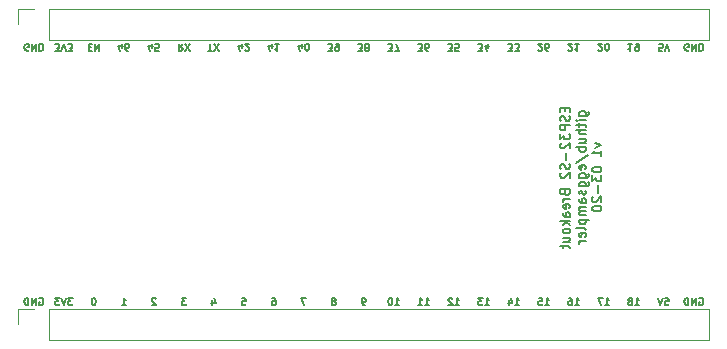
<source format=gbr>
G04 #@! TF.GenerationSoftware,KiCad,Pcbnew,(5.1.5)-3*
G04 #@! TF.CreationDate,2020-03-17T15:20:34+10:00*
G04 #@! TF.ProjectId,ESP32-S2-Breakout,45535033-322d-4533-922d-427265616b6f,rev?*
G04 #@! TF.SameCoordinates,Original*
G04 #@! TF.FileFunction,Legend,Bot*
G04 #@! TF.FilePolarity,Positive*
%FSLAX46Y46*%
G04 Gerber Fmt 4.6, Leading zero omitted, Abs format (unit mm)*
G04 Created by KiCad (PCBNEW (5.1.5)-3) date 2020-03-17 15:20:34*
%MOMM*%
%LPD*%
G04 APERTURE LIST*
%ADD10C,0.150000*%
%ADD11C,0.120000*%
G04 APERTURE END LIST*
D10*
X175717142Y-109555000D02*
X175774285Y-109526428D01*
X175860000Y-109526428D01*
X175945714Y-109555000D01*
X176002857Y-109612142D01*
X176031428Y-109669285D01*
X176060000Y-109783571D01*
X176060000Y-109869285D01*
X176031428Y-109983571D01*
X176002857Y-110040714D01*
X175945714Y-110097857D01*
X175860000Y-110126428D01*
X175802857Y-110126428D01*
X175717142Y-110097857D01*
X175688571Y-110069285D01*
X175688571Y-109869285D01*
X175802857Y-109869285D01*
X175431428Y-110126428D02*
X175431428Y-109526428D01*
X175088571Y-110126428D01*
X175088571Y-109526428D01*
X174802857Y-110126428D02*
X174802857Y-109526428D01*
X174660000Y-109526428D01*
X174574285Y-109555000D01*
X174517142Y-109612142D01*
X174488571Y-109669285D01*
X174460000Y-109783571D01*
X174460000Y-109869285D01*
X174488571Y-109983571D01*
X174517142Y-110040714D01*
X174574285Y-110097857D01*
X174660000Y-110126428D01*
X174802857Y-110126428D01*
X172834285Y-109526428D02*
X173120000Y-109526428D01*
X173148571Y-109812142D01*
X173120000Y-109783571D01*
X173062857Y-109755000D01*
X172920000Y-109755000D01*
X172862857Y-109783571D01*
X172834285Y-109812142D01*
X172805714Y-109869285D01*
X172805714Y-110012142D01*
X172834285Y-110069285D01*
X172862857Y-110097857D01*
X172920000Y-110126428D01*
X173062857Y-110126428D01*
X173120000Y-110097857D01*
X173148571Y-110069285D01*
X172634285Y-109526428D02*
X172434285Y-110126428D01*
X172234285Y-109526428D01*
X174802857Y-88565000D02*
X174745714Y-88593571D01*
X174660000Y-88593571D01*
X174574285Y-88565000D01*
X174517142Y-88507857D01*
X174488571Y-88450714D01*
X174460000Y-88336428D01*
X174460000Y-88250714D01*
X174488571Y-88136428D01*
X174517142Y-88079285D01*
X174574285Y-88022142D01*
X174660000Y-87993571D01*
X174717142Y-87993571D01*
X174802857Y-88022142D01*
X174831428Y-88050714D01*
X174831428Y-88250714D01*
X174717142Y-88250714D01*
X175088571Y-87993571D02*
X175088571Y-88593571D01*
X175431428Y-87993571D01*
X175431428Y-88593571D01*
X175717142Y-87993571D02*
X175717142Y-88593571D01*
X175860000Y-88593571D01*
X175945714Y-88565000D01*
X176002857Y-88507857D01*
X176031428Y-88450714D01*
X176060000Y-88336428D01*
X176060000Y-88250714D01*
X176031428Y-88136428D01*
X176002857Y-88079285D01*
X175945714Y-88022142D01*
X175860000Y-87993571D01*
X175717142Y-87993571D01*
X172605714Y-88593571D02*
X172320000Y-88593571D01*
X172291428Y-88307857D01*
X172320000Y-88336428D01*
X172377142Y-88365000D01*
X172520000Y-88365000D01*
X172577142Y-88336428D01*
X172605714Y-88307857D01*
X172634285Y-88250714D01*
X172634285Y-88107857D01*
X172605714Y-88050714D01*
X172577142Y-88022142D01*
X172520000Y-87993571D01*
X172377142Y-87993571D01*
X172320000Y-88022142D01*
X172291428Y-88050714D01*
X172805714Y-88593571D02*
X173005714Y-87993571D01*
X173205714Y-88593571D01*
X124488571Y-109526428D02*
X124431428Y-109526428D01*
X124374285Y-109555000D01*
X124345714Y-109583571D01*
X124317142Y-109640714D01*
X124288571Y-109755000D01*
X124288571Y-109897857D01*
X124317142Y-110012142D01*
X124345714Y-110069285D01*
X124374285Y-110097857D01*
X124431428Y-110126428D01*
X124488571Y-110126428D01*
X124545714Y-110097857D01*
X124574285Y-110069285D01*
X124602857Y-110012142D01*
X124631428Y-109897857D01*
X124631428Y-109755000D01*
X124602857Y-109640714D01*
X124574285Y-109583571D01*
X124545714Y-109555000D01*
X124488571Y-109526428D01*
X155054285Y-110126428D02*
X155397142Y-110126428D01*
X155225714Y-110126428D02*
X155225714Y-109526428D01*
X155282857Y-109612142D01*
X155340000Y-109669285D01*
X155397142Y-109697857D01*
X154825714Y-109583571D02*
X154797142Y-109555000D01*
X154740000Y-109526428D01*
X154597142Y-109526428D01*
X154540000Y-109555000D01*
X154511428Y-109583571D01*
X154482857Y-109640714D01*
X154482857Y-109697857D01*
X154511428Y-109783571D01*
X154854285Y-110126428D01*
X154482857Y-110126428D01*
X152514285Y-110126428D02*
X152857142Y-110126428D01*
X152685714Y-110126428D02*
X152685714Y-109526428D01*
X152742857Y-109612142D01*
X152800000Y-109669285D01*
X152857142Y-109697857D01*
X151942857Y-110126428D02*
X152285714Y-110126428D01*
X152114285Y-110126428D02*
X152114285Y-109526428D01*
X152171428Y-109612142D01*
X152228571Y-109669285D01*
X152285714Y-109697857D01*
X160134285Y-110126428D02*
X160477142Y-110126428D01*
X160305714Y-110126428D02*
X160305714Y-109526428D01*
X160362857Y-109612142D01*
X160420000Y-109669285D01*
X160477142Y-109697857D01*
X159620000Y-109726428D02*
X159620000Y-110126428D01*
X159762857Y-109497857D02*
X159905714Y-109926428D01*
X159534285Y-109926428D01*
X157594285Y-110126428D02*
X157937142Y-110126428D01*
X157765714Y-110126428D02*
X157765714Y-109526428D01*
X157822857Y-109612142D01*
X157880000Y-109669285D01*
X157937142Y-109697857D01*
X157394285Y-109526428D02*
X157022857Y-109526428D01*
X157222857Y-109755000D01*
X157137142Y-109755000D01*
X157080000Y-109783571D01*
X157051428Y-109812142D01*
X157022857Y-109869285D01*
X157022857Y-110012142D01*
X157051428Y-110069285D01*
X157080000Y-110097857D01*
X157137142Y-110126428D01*
X157308571Y-110126428D01*
X157365714Y-110097857D01*
X157394285Y-110069285D01*
X147434285Y-110126428D02*
X147320000Y-110126428D01*
X147262857Y-110097857D01*
X147234285Y-110069285D01*
X147177142Y-109983571D01*
X147148571Y-109869285D01*
X147148571Y-109640714D01*
X147177142Y-109583571D01*
X147205714Y-109555000D01*
X147262857Y-109526428D01*
X147377142Y-109526428D01*
X147434285Y-109555000D01*
X147462857Y-109583571D01*
X147491428Y-109640714D01*
X147491428Y-109783571D01*
X147462857Y-109840714D01*
X147434285Y-109869285D01*
X147377142Y-109897857D01*
X147262857Y-109897857D01*
X147205714Y-109869285D01*
X147177142Y-109840714D01*
X147148571Y-109783571D01*
X129711428Y-109583571D02*
X129682857Y-109555000D01*
X129625714Y-109526428D01*
X129482857Y-109526428D01*
X129425714Y-109555000D01*
X129397142Y-109583571D01*
X129368571Y-109640714D01*
X129368571Y-109697857D01*
X129397142Y-109783571D01*
X129740000Y-110126428D01*
X129368571Y-110126428D01*
X144837142Y-109783571D02*
X144894285Y-109755000D01*
X144922857Y-109726428D01*
X144951428Y-109669285D01*
X144951428Y-109640714D01*
X144922857Y-109583571D01*
X144894285Y-109555000D01*
X144837142Y-109526428D01*
X144722857Y-109526428D01*
X144665714Y-109555000D01*
X144637142Y-109583571D01*
X144608571Y-109640714D01*
X144608571Y-109669285D01*
X144637142Y-109726428D01*
X144665714Y-109755000D01*
X144722857Y-109783571D01*
X144837142Y-109783571D01*
X144894285Y-109812142D01*
X144922857Y-109840714D01*
X144951428Y-109897857D01*
X144951428Y-110012142D01*
X144922857Y-110069285D01*
X144894285Y-110097857D01*
X144837142Y-110126428D01*
X144722857Y-110126428D01*
X144665714Y-110097857D01*
X144637142Y-110069285D01*
X144608571Y-110012142D01*
X144608571Y-109897857D01*
X144637142Y-109840714D01*
X144665714Y-109812142D01*
X144722857Y-109783571D01*
X162674285Y-110126428D02*
X163017142Y-110126428D01*
X162845714Y-110126428D02*
X162845714Y-109526428D01*
X162902857Y-109612142D01*
X162960000Y-109669285D01*
X163017142Y-109697857D01*
X162131428Y-109526428D02*
X162417142Y-109526428D01*
X162445714Y-109812142D01*
X162417142Y-109783571D01*
X162360000Y-109755000D01*
X162217142Y-109755000D01*
X162160000Y-109783571D01*
X162131428Y-109812142D01*
X162102857Y-109869285D01*
X162102857Y-110012142D01*
X162131428Y-110069285D01*
X162160000Y-110097857D01*
X162217142Y-110126428D01*
X162360000Y-110126428D01*
X162417142Y-110097857D01*
X162445714Y-110069285D01*
X170294285Y-110126428D02*
X170637142Y-110126428D01*
X170465714Y-110126428D02*
X170465714Y-109526428D01*
X170522857Y-109612142D01*
X170580000Y-109669285D01*
X170637142Y-109697857D01*
X169951428Y-109783571D02*
X170008571Y-109755000D01*
X170037142Y-109726428D01*
X170065714Y-109669285D01*
X170065714Y-109640714D01*
X170037142Y-109583571D01*
X170008571Y-109555000D01*
X169951428Y-109526428D01*
X169837142Y-109526428D01*
X169780000Y-109555000D01*
X169751428Y-109583571D01*
X169722857Y-109640714D01*
X169722857Y-109669285D01*
X169751428Y-109726428D01*
X169780000Y-109755000D01*
X169837142Y-109783571D01*
X169951428Y-109783571D01*
X170008571Y-109812142D01*
X170037142Y-109840714D01*
X170065714Y-109897857D01*
X170065714Y-110012142D01*
X170037142Y-110069285D01*
X170008571Y-110097857D01*
X169951428Y-110126428D01*
X169837142Y-110126428D01*
X169780000Y-110097857D01*
X169751428Y-110069285D01*
X169722857Y-110012142D01*
X169722857Y-109897857D01*
X169751428Y-109840714D01*
X169780000Y-109812142D01*
X169837142Y-109783571D01*
X132280000Y-109526428D02*
X131908571Y-109526428D01*
X132108571Y-109755000D01*
X132022857Y-109755000D01*
X131965714Y-109783571D01*
X131937142Y-109812142D01*
X131908571Y-109869285D01*
X131908571Y-110012142D01*
X131937142Y-110069285D01*
X131965714Y-110097857D01*
X132022857Y-110126428D01*
X132194285Y-110126428D01*
X132251428Y-110097857D01*
X132280000Y-110069285D01*
X119837142Y-109555000D02*
X119894285Y-109526428D01*
X119980000Y-109526428D01*
X120065714Y-109555000D01*
X120122857Y-109612142D01*
X120151428Y-109669285D01*
X120180000Y-109783571D01*
X120180000Y-109869285D01*
X120151428Y-109983571D01*
X120122857Y-110040714D01*
X120065714Y-110097857D01*
X119980000Y-110126428D01*
X119922857Y-110126428D01*
X119837142Y-110097857D01*
X119808571Y-110069285D01*
X119808571Y-109869285D01*
X119922857Y-109869285D01*
X119551428Y-110126428D02*
X119551428Y-109526428D01*
X119208571Y-110126428D01*
X119208571Y-109526428D01*
X118922857Y-110126428D02*
X118922857Y-109526428D01*
X118780000Y-109526428D01*
X118694285Y-109555000D01*
X118637142Y-109612142D01*
X118608571Y-109669285D01*
X118580000Y-109783571D01*
X118580000Y-109869285D01*
X118608571Y-109983571D01*
X118637142Y-110040714D01*
X118694285Y-110097857D01*
X118780000Y-110126428D01*
X118922857Y-110126428D01*
X122662857Y-109526428D02*
X122291428Y-109526428D01*
X122491428Y-109755000D01*
X122405714Y-109755000D01*
X122348571Y-109783571D01*
X122320000Y-109812142D01*
X122291428Y-109869285D01*
X122291428Y-110012142D01*
X122320000Y-110069285D01*
X122348571Y-110097857D01*
X122405714Y-110126428D01*
X122577142Y-110126428D01*
X122634285Y-110097857D01*
X122662857Y-110069285D01*
X122120000Y-109526428D02*
X121920000Y-110126428D01*
X121720000Y-109526428D01*
X121577142Y-109526428D02*
X121205714Y-109526428D01*
X121405714Y-109755000D01*
X121320000Y-109755000D01*
X121262857Y-109783571D01*
X121234285Y-109812142D01*
X121205714Y-109869285D01*
X121205714Y-110012142D01*
X121234285Y-110069285D01*
X121262857Y-110097857D01*
X121320000Y-110126428D01*
X121491428Y-110126428D01*
X121548571Y-110097857D01*
X121577142Y-110069285D01*
X126828571Y-110126428D02*
X127171428Y-110126428D01*
X127000000Y-110126428D02*
X127000000Y-109526428D01*
X127057142Y-109612142D01*
X127114285Y-109669285D01*
X127171428Y-109697857D01*
X149974285Y-110126428D02*
X150317142Y-110126428D01*
X150145714Y-110126428D02*
X150145714Y-109526428D01*
X150202857Y-109612142D01*
X150260000Y-109669285D01*
X150317142Y-109697857D01*
X149602857Y-109526428D02*
X149545714Y-109526428D01*
X149488571Y-109555000D01*
X149460000Y-109583571D01*
X149431428Y-109640714D01*
X149402857Y-109755000D01*
X149402857Y-109897857D01*
X149431428Y-110012142D01*
X149460000Y-110069285D01*
X149488571Y-110097857D01*
X149545714Y-110126428D01*
X149602857Y-110126428D01*
X149660000Y-110097857D01*
X149688571Y-110069285D01*
X149717142Y-110012142D01*
X149745714Y-109897857D01*
X149745714Y-109755000D01*
X149717142Y-109640714D01*
X149688571Y-109583571D01*
X149660000Y-109555000D01*
X149602857Y-109526428D01*
X134505714Y-109726428D02*
X134505714Y-110126428D01*
X134648571Y-109497857D02*
X134791428Y-109926428D01*
X134420000Y-109926428D01*
X137017142Y-109526428D02*
X137302857Y-109526428D01*
X137331428Y-109812142D01*
X137302857Y-109783571D01*
X137245714Y-109755000D01*
X137102857Y-109755000D01*
X137045714Y-109783571D01*
X137017142Y-109812142D01*
X136988571Y-109869285D01*
X136988571Y-110012142D01*
X137017142Y-110069285D01*
X137045714Y-110097857D01*
X137102857Y-110126428D01*
X137245714Y-110126428D01*
X137302857Y-110097857D01*
X137331428Y-110069285D01*
X139585714Y-109526428D02*
X139700000Y-109526428D01*
X139757142Y-109555000D01*
X139785714Y-109583571D01*
X139842857Y-109669285D01*
X139871428Y-109783571D01*
X139871428Y-110012142D01*
X139842857Y-110069285D01*
X139814285Y-110097857D01*
X139757142Y-110126428D01*
X139642857Y-110126428D01*
X139585714Y-110097857D01*
X139557142Y-110069285D01*
X139528571Y-110012142D01*
X139528571Y-109869285D01*
X139557142Y-109812142D01*
X139585714Y-109783571D01*
X139642857Y-109755000D01*
X139757142Y-109755000D01*
X139814285Y-109783571D01*
X139842857Y-109812142D01*
X139871428Y-109869285D01*
X142440000Y-109526428D02*
X142040000Y-109526428D01*
X142297142Y-110126428D01*
X167754285Y-110126428D02*
X168097142Y-110126428D01*
X167925714Y-110126428D02*
X167925714Y-109526428D01*
X167982857Y-109612142D01*
X168040000Y-109669285D01*
X168097142Y-109697857D01*
X167554285Y-109526428D02*
X167154285Y-109526428D01*
X167411428Y-110126428D01*
X165214285Y-110126428D02*
X165557142Y-110126428D01*
X165385714Y-110126428D02*
X165385714Y-109526428D01*
X165442857Y-109612142D01*
X165500000Y-109669285D01*
X165557142Y-109697857D01*
X164700000Y-109526428D02*
X164814285Y-109526428D01*
X164871428Y-109555000D01*
X164900000Y-109583571D01*
X164957142Y-109669285D01*
X164985714Y-109783571D01*
X164985714Y-110012142D01*
X164957142Y-110069285D01*
X164928571Y-110097857D01*
X164871428Y-110126428D01*
X164757142Y-110126428D01*
X164700000Y-110097857D01*
X164671428Y-110069285D01*
X164642857Y-110012142D01*
X164642857Y-109869285D01*
X164671428Y-109812142D01*
X164700000Y-109783571D01*
X164757142Y-109755000D01*
X164871428Y-109755000D01*
X164928571Y-109783571D01*
X164957142Y-109812142D01*
X164985714Y-109869285D01*
X124017142Y-88307857D02*
X124217142Y-88307857D01*
X124302857Y-87993571D02*
X124017142Y-87993571D01*
X124017142Y-88593571D01*
X124302857Y-88593571D01*
X124560000Y-87993571D02*
X124560000Y-88593571D01*
X124902857Y-87993571D01*
X124902857Y-88593571D01*
X144294285Y-88593571D02*
X144665714Y-88593571D01*
X144465714Y-88365000D01*
X144551428Y-88365000D01*
X144608571Y-88336428D01*
X144637142Y-88307857D01*
X144665714Y-88250714D01*
X144665714Y-88107857D01*
X144637142Y-88050714D01*
X144608571Y-88022142D01*
X144551428Y-87993571D01*
X144380000Y-87993571D01*
X144322857Y-88022142D01*
X144294285Y-88050714D01*
X144951428Y-87993571D02*
X145065714Y-87993571D01*
X145122857Y-88022142D01*
X145151428Y-88050714D01*
X145208571Y-88136428D01*
X145237142Y-88250714D01*
X145237142Y-88479285D01*
X145208571Y-88536428D01*
X145180000Y-88565000D01*
X145122857Y-88593571D01*
X145008571Y-88593571D01*
X144951428Y-88565000D01*
X144922857Y-88536428D01*
X144894285Y-88479285D01*
X144894285Y-88336428D01*
X144922857Y-88279285D01*
X144951428Y-88250714D01*
X145008571Y-88222142D01*
X145122857Y-88222142D01*
X145180000Y-88250714D01*
X145208571Y-88279285D01*
X145237142Y-88336428D01*
X151914285Y-88593571D02*
X152285714Y-88593571D01*
X152085714Y-88365000D01*
X152171428Y-88365000D01*
X152228571Y-88336428D01*
X152257142Y-88307857D01*
X152285714Y-88250714D01*
X152285714Y-88107857D01*
X152257142Y-88050714D01*
X152228571Y-88022142D01*
X152171428Y-87993571D01*
X152000000Y-87993571D01*
X151942857Y-88022142D01*
X151914285Y-88050714D01*
X152800000Y-88593571D02*
X152685714Y-88593571D01*
X152628571Y-88565000D01*
X152600000Y-88536428D01*
X152542857Y-88450714D01*
X152514285Y-88336428D01*
X152514285Y-88107857D01*
X152542857Y-88050714D01*
X152571428Y-88022142D01*
X152628571Y-87993571D01*
X152742857Y-87993571D01*
X152800000Y-88022142D01*
X152828571Y-88050714D01*
X152857142Y-88107857D01*
X152857142Y-88250714D01*
X152828571Y-88307857D01*
X152800000Y-88336428D01*
X152742857Y-88365000D01*
X152628571Y-88365000D01*
X152571428Y-88336428D01*
X152542857Y-88307857D01*
X152514285Y-88250714D01*
X156994285Y-88593571D02*
X157365714Y-88593571D01*
X157165714Y-88365000D01*
X157251428Y-88365000D01*
X157308571Y-88336428D01*
X157337142Y-88307857D01*
X157365714Y-88250714D01*
X157365714Y-88107857D01*
X157337142Y-88050714D01*
X157308571Y-88022142D01*
X157251428Y-87993571D01*
X157080000Y-87993571D01*
X157022857Y-88022142D01*
X156994285Y-88050714D01*
X157880000Y-88393571D02*
X157880000Y-87993571D01*
X157737142Y-88622142D02*
X157594285Y-88193571D01*
X157965714Y-88193571D01*
X154454285Y-88593571D02*
X154825714Y-88593571D01*
X154625714Y-88365000D01*
X154711428Y-88365000D01*
X154768571Y-88336428D01*
X154797142Y-88307857D01*
X154825714Y-88250714D01*
X154825714Y-88107857D01*
X154797142Y-88050714D01*
X154768571Y-88022142D01*
X154711428Y-87993571D01*
X154540000Y-87993571D01*
X154482857Y-88022142D01*
X154454285Y-88050714D01*
X155368571Y-88593571D02*
X155082857Y-88593571D01*
X155054285Y-88307857D01*
X155082857Y-88336428D01*
X155140000Y-88365000D01*
X155282857Y-88365000D01*
X155340000Y-88336428D01*
X155368571Y-88307857D01*
X155397142Y-88250714D01*
X155397142Y-88107857D01*
X155368571Y-88050714D01*
X155340000Y-88022142D01*
X155282857Y-87993571D01*
X155140000Y-87993571D01*
X155082857Y-88022142D01*
X155054285Y-88050714D01*
X134162857Y-88593571D02*
X134505714Y-88593571D01*
X134334285Y-87993571D02*
X134334285Y-88593571D01*
X134648571Y-88593571D02*
X135048571Y-87993571D01*
X135048571Y-88593571D02*
X134648571Y-87993571D01*
X118922857Y-88565000D02*
X118865714Y-88593571D01*
X118780000Y-88593571D01*
X118694285Y-88565000D01*
X118637142Y-88507857D01*
X118608571Y-88450714D01*
X118580000Y-88336428D01*
X118580000Y-88250714D01*
X118608571Y-88136428D01*
X118637142Y-88079285D01*
X118694285Y-88022142D01*
X118780000Y-87993571D01*
X118837142Y-87993571D01*
X118922857Y-88022142D01*
X118951428Y-88050714D01*
X118951428Y-88250714D01*
X118837142Y-88250714D01*
X119208571Y-87993571D02*
X119208571Y-88593571D01*
X119551428Y-87993571D01*
X119551428Y-88593571D01*
X119837142Y-87993571D02*
X119837142Y-88593571D01*
X119980000Y-88593571D01*
X120065714Y-88565000D01*
X120122857Y-88507857D01*
X120151428Y-88450714D01*
X120180000Y-88336428D01*
X120180000Y-88250714D01*
X120151428Y-88136428D01*
X120122857Y-88079285D01*
X120065714Y-88022142D01*
X119980000Y-87993571D01*
X119837142Y-87993571D01*
X149374285Y-88593571D02*
X149745714Y-88593571D01*
X149545714Y-88365000D01*
X149631428Y-88365000D01*
X149688571Y-88336428D01*
X149717142Y-88307857D01*
X149745714Y-88250714D01*
X149745714Y-88107857D01*
X149717142Y-88050714D01*
X149688571Y-88022142D01*
X149631428Y-87993571D01*
X149460000Y-87993571D01*
X149402857Y-88022142D01*
X149374285Y-88050714D01*
X149945714Y-88593571D02*
X150345714Y-88593571D01*
X150088571Y-87993571D01*
X126828571Y-88393571D02*
X126828571Y-87993571D01*
X126685714Y-88622142D02*
X126542857Y-88193571D01*
X126914285Y-88193571D01*
X127400000Y-88593571D02*
X127285714Y-88593571D01*
X127228571Y-88565000D01*
X127200000Y-88536428D01*
X127142857Y-88450714D01*
X127114285Y-88336428D01*
X127114285Y-88107857D01*
X127142857Y-88050714D01*
X127171428Y-88022142D01*
X127228571Y-87993571D01*
X127342857Y-87993571D01*
X127400000Y-88022142D01*
X127428571Y-88050714D01*
X127457142Y-88107857D01*
X127457142Y-88250714D01*
X127428571Y-88307857D01*
X127400000Y-88336428D01*
X127342857Y-88365000D01*
X127228571Y-88365000D01*
X127171428Y-88336428D01*
X127142857Y-88307857D01*
X127114285Y-88250714D01*
X139528571Y-88393571D02*
X139528571Y-87993571D01*
X139385714Y-88622142D02*
X139242857Y-88193571D01*
X139614285Y-88193571D01*
X140157142Y-87993571D02*
X139814285Y-87993571D01*
X139985714Y-87993571D02*
X139985714Y-88593571D01*
X139928571Y-88507857D01*
X139871428Y-88450714D01*
X139814285Y-88422142D01*
X146834285Y-88593571D02*
X147205714Y-88593571D01*
X147005714Y-88365000D01*
X147091428Y-88365000D01*
X147148571Y-88336428D01*
X147177142Y-88307857D01*
X147205714Y-88250714D01*
X147205714Y-88107857D01*
X147177142Y-88050714D01*
X147148571Y-88022142D01*
X147091428Y-87993571D01*
X146920000Y-87993571D01*
X146862857Y-88022142D01*
X146834285Y-88050714D01*
X147548571Y-88336428D02*
X147491428Y-88365000D01*
X147462857Y-88393571D01*
X147434285Y-88450714D01*
X147434285Y-88479285D01*
X147462857Y-88536428D01*
X147491428Y-88565000D01*
X147548571Y-88593571D01*
X147662857Y-88593571D01*
X147720000Y-88565000D01*
X147748571Y-88536428D01*
X147777142Y-88479285D01*
X147777142Y-88450714D01*
X147748571Y-88393571D01*
X147720000Y-88365000D01*
X147662857Y-88336428D01*
X147548571Y-88336428D01*
X147491428Y-88307857D01*
X147462857Y-88279285D01*
X147434285Y-88222142D01*
X147434285Y-88107857D01*
X147462857Y-88050714D01*
X147491428Y-88022142D01*
X147548571Y-87993571D01*
X147662857Y-87993571D01*
X147720000Y-88022142D01*
X147748571Y-88050714D01*
X147777142Y-88107857D01*
X147777142Y-88222142D01*
X147748571Y-88279285D01*
X147720000Y-88307857D01*
X147662857Y-88336428D01*
X129368571Y-88393571D02*
X129368571Y-87993571D01*
X129225714Y-88622142D02*
X129082857Y-88193571D01*
X129454285Y-88193571D01*
X129968571Y-88593571D02*
X129682857Y-88593571D01*
X129654285Y-88307857D01*
X129682857Y-88336428D01*
X129740000Y-88365000D01*
X129882857Y-88365000D01*
X129940000Y-88336428D01*
X129968571Y-88307857D01*
X129997142Y-88250714D01*
X129997142Y-88107857D01*
X129968571Y-88050714D01*
X129940000Y-88022142D01*
X129882857Y-87993571D01*
X129740000Y-87993571D01*
X129682857Y-88022142D01*
X129654285Y-88050714D01*
X142068571Y-88393571D02*
X142068571Y-87993571D01*
X141925714Y-88622142D02*
X141782857Y-88193571D01*
X142154285Y-88193571D01*
X142497142Y-88593571D02*
X142554285Y-88593571D01*
X142611428Y-88565000D01*
X142640000Y-88536428D01*
X142668571Y-88479285D01*
X142697142Y-88365000D01*
X142697142Y-88222142D01*
X142668571Y-88107857D01*
X142640000Y-88050714D01*
X142611428Y-88022142D01*
X142554285Y-87993571D01*
X142497142Y-87993571D01*
X142440000Y-88022142D01*
X142411428Y-88050714D01*
X142382857Y-88107857D01*
X142354285Y-88222142D01*
X142354285Y-88365000D01*
X142382857Y-88479285D01*
X142411428Y-88536428D01*
X142440000Y-88565000D01*
X142497142Y-88593571D01*
X136988571Y-88393571D02*
X136988571Y-87993571D01*
X136845714Y-88622142D02*
X136702857Y-88193571D01*
X137074285Y-88193571D01*
X137274285Y-88536428D02*
X137302857Y-88565000D01*
X137360000Y-88593571D01*
X137502857Y-88593571D01*
X137560000Y-88565000D01*
X137588571Y-88536428D01*
X137617142Y-88479285D01*
X137617142Y-88422142D01*
X137588571Y-88336428D01*
X137245714Y-87993571D01*
X137617142Y-87993571D01*
X121177142Y-88593571D02*
X121548571Y-88593571D01*
X121348571Y-88365000D01*
X121434285Y-88365000D01*
X121491428Y-88336428D01*
X121520000Y-88307857D01*
X121548571Y-88250714D01*
X121548571Y-88107857D01*
X121520000Y-88050714D01*
X121491428Y-88022142D01*
X121434285Y-87993571D01*
X121262857Y-87993571D01*
X121205714Y-88022142D01*
X121177142Y-88050714D01*
X121720000Y-88593571D02*
X121920000Y-87993571D01*
X122120000Y-88593571D01*
X122262857Y-88593571D02*
X122634285Y-88593571D01*
X122434285Y-88365000D01*
X122520000Y-88365000D01*
X122577142Y-88336428D01*
X122605714Y-88307857D01*
X122634285Y-88250714D01*
X122634285Y-88107857D01*
X122605714Y-88050714D01*
X122577142Y-88022142D01*
X122520000Y-87993571D01*
X122348571Y-87993571D01*
X122291428Y-88022142D01*
X122262857Y-88050714D01*
X131980000Y-87993571D02*
X131780000Y-88279285D01*
X131637142Y-87993571D02*
X131637142Y-88593571D01*
X131865714Y-88593571D01*
X131922857Y-88565000D01*
X131951428Y-88536428D01*
X131980000Y-88479285D01*
X131980000Y-88393571D01*
X131951428Y-88336428D01*
X131922857Y-88307857D01*
X131865714Y-88279285D01*
X131637142Y-88279285D01*
X132180000Y-88593571D02*
X132580000Y-87993571D01*
X132580000Y-88593571D02*
X132180000Y-87993571D01*
X159534285Y-88593571D02*
X159905714Y-88593571D01*
X159705714Y-88365000D01*
X159791428Y-88365000D01*
X159848571Y-88336428D01*
X159877142Y-88307857D01*
X159905714Y-88250714D01*
X159905714Y-88107857D01*
X159877142Y-88050714D01*
X159848571Y-88022142D01*
X159791428Y-87993571D01*
X159620000Y-87993571D01*
X159562857Y-88022142D01*
X159534285Y-88050714D01*
X160105714Y-88593571D02*
X160477142Y-88593571D01*
X160277142Y-88365000D01*
X160362857Y-88365000D01*
X160420000Y-88336428D01*
X160448571Y-88307857D01*
X160477142Y-88250714D01*
X160477142Y-88107857D01*
X160448571Y-88050714D01*
X160420000Y-88022142D01*
X160362857Y-87993571D01*
X160191428Y-87993571D01*
X160134285Y-88022142D01*
X160105714Y-88050714D01*
X162102857Y-88536428D02*
X162131428Y-88565000D01*
X162188571Y-88593571D01*
X162331428Y-88593571D01*
X162388571Y-88565000D01*
X162417142Y-88536428D01*
X162445714Y-88479285D01*
X162445714Y-88422142D01*
X162417142Y-88336428D01*
X162074285Y-87993571D01*
X162445714Y-87993571D01*
X162960000Y-88593571D02*
X162845714Y-88593571D01*
X162788571Y-88565000D01*
X162760000Y-88536428D01*
X162702857Y-88450714D01*
X162674285Y-88336428D01*
X162674285Y-88107857D01*
X162702857Y-88050714D01*
X162731428Y-88022142D01*
X162788571Y-87993571D01*
X162902857Y-87993571D01*
X162960000Y-88022142D01*
X162988571Y-88050714D01*
X163017142Y-88107857D01*
X163017142Y-88250714D01*
X162988571Y-88307857D01*
X162960000Y-88336428D01*
X162902857Y-88365000D01*
X162788571Y-88365000D01*
X162731428Y-88336428D01*
X162702857Y-88307857D01*
X162674285Y-88250714D01*
X164642857Y-88536428D02*
X164671428Y-88565000D01*
X164728571Y-88593571D01*
X164871428Y-88593571D01*
X164928571Y-88565000D01*
X164957142Y-88536428D01*
X164985714Y-88479285D01*
X164985714Y-88422142D01*
X164957142Y-88336428D01*
X164614285Y-87993571D01*
X164985714Y-87993571D01*
X165557142Y-87993571D02*
X165214285Y-87993571D01*
X165385714Y-87993571D02*
X165385714Y-88593571D01*
X165328571Y-88507857D01*
X165271428Y-88450714D01*
X165214285Y-88422142D01*
X167182857Y-88536428D02*
X167211428Y-88565000D01*
X167268571Y-88593571D01*
X167411428Y-88593571D01*
X167468571Y-88565000D01*
X167497142Y-88536428D01*
X167525714Y-88479285D01*
X167525714Y-88422142D01*
X167497142Y-88336428D01*
X167154285Y-87993571D01*
X167525714Y-87993571D01*
X167897142Y-88593571D02*
X167954285Y-88593571D01*
X168011428Y-88565000D01*
X168040000Y-88536428D01*
X168068571Y-88479285D01*
X168097142Y-88365000D01*
X168097142Y-88222142D01*
X168068571Y-88107857D01*
X168040000Y-88050714D01*
X168011428Y-88022142D01*
X167954285Y-87993571D01*
X167897142Y-87993571D01*
X167840000Y-88022142D01*
X167811428Y-88050714D01*
X167782857Y-88107857D01*
X167754285Y-88222142D01*
X167754285Y-88365000D01*
X167782857Y-88479285D01*
X167811428Y-88536428D01*
X167840000Y-88565000D01*
X167897142Y-88593571D01*
X170065714Y-87993571D02*
X169722857Y-87993571D01*
X169894285Y-87993571D02*
X169894285Y-88593571D01*
X169837142Y-88507857D01*
X169780000Y-88450714D01*
X169722857Y-88422142D01*
X170351428Y-87993571D02*
X170465714Y-87993571D01*
X170522857Y-88022142D01*
X170551428Y-88050714D01*
X170608571Y-88136428D01*
X170637142Y-88250714D01*
X170637142Y-88479285D01*
X170608571Y-88536428D01*
X170580000Y-88565000D01*
X170522857Y-88593571D01*
X170408571Y-88593571D01*
X170351428Y-88565000D01*
X170322857Y-88536428D01*
X170294285Y-88479285D01*
X170294285Y-88336428D01*
X170322857Y-88279285D01*
X170351428Y-88250714D01*
X170408571Y-88222142D01*
X170522857Y-88222142D01*
X170580000Y-88250714D01*
X170608571Y-88279285D01*
X170637142Y-88336428D01*
X164327857Y-93409238D02*
X164327857Y-93675904D01*
X164746904Y-93790190D02*
X164746904Y-93409238D01*
X163946904Y-93409238D01*
X163946904Y-93790190D01*
X164708809Y-94094952D02*
X164746904Y-94209238D01*
X164746904Y-94399714D01*
X164708809Y-94475904D01*
X164670714Y-94514000D01*
X164594523Y-94552095D01*
X164518333Y-94552095D01*
X164442142Y-94514000D01*
X164404047Y-94475904D01*
X164365952Y-94399714D01*
X164327857Y-94247333D01*
X164289761Y-94171142D01*
X164251666Y-94133047D01*
X164175476Y-94094952D01*
X164099285Y-94094952D01*
X164023095Y-94133047D01*
X163985000Y-94171142D01*
X163946904Y-94247333D01*
X163946904Y-94437809D01*
X163985000Y-94552095D01*
X164746904Y-94894952D02*
X163946904Y-94894952D01*
X163946904Y-95199714D01*
X163985000Y-95275904D01*
X164023095Y-95314000D01*
X164099285Y-95352095D01*
X164213571Y-95352095D01*
X164289761Y-95314000D01*
X164327857Y-95275904D01*
X164365952Y-95199714D01*
X164365952Y-94894952D01*
X163946904Y-95618761D02*
X163946904Y-96114000D01*
X164251666Y-95847333D01*
X164251666Y-95961619D01*
X164289761Y-96037809D01*
X164327857Y-96075904D01*
X164404047Y-96114000D01*
X164594523Y-96114000D01*
X164670714Y-96075904D01*
X164708809Y-96037809D01*
X164746904Y-95961619D01*
X164746904Y-95733047D01*
X164708809Y-95656857D01*
X164670714Y-95618761D01*
X164023095Y-96418761D02*
X163985000Y-96456857D01*
X163946904Y-96533047D01*
X163946904Y-96723523D01*
X163985000Y-96799714D01*
X164023095Y-96837809D01*
X164099285Y-96875904D01*
X164175476Y-96875904D01*
X164289761Y-96837809D01*
X164746904Y-96380666D01*
X164746904Y-96875904D01*
X164442142Y-97218761D02*
X164442142Y-97828285D01*
X164708809Y-98171142D02*
X164746904Y-98285428D01*
X164746904Y-98475904D01*
X164708809Y-98552095D01*
X164670714Y-98590190D01*
X164594523Y-98628285D01*
X164518333Y-98628285D01*
X164442142Y-98590190D01*
X164404047Y-98552095D01*
X164365952Y-98475904D01*
X164327857Y-98323523D01*
X164289761Y-98247333D01*
X164251666Y-98209238D01*
X164175476Y-98171142D01*
X164099285Y-98171142D01*
X164023095Y-98209238D01*
X163985000Y-98247333D01*
X163946904Y-98323523D01*
X163946904Y-98514000D01*
X163985000Y-98628285D01*
X164023095Y-98933047D02*
X163985000Y-98971142D01*
X163946904Y-99047333D01*
X163946904Y-99237809D01*
X163985000Y-99314000D01*
X164023095Y-99352095D01*
X164099285Y-99390190D01*
X164175476Y-99390190D01*
X164289761Y-99352095D01*
X164746904Y-98894952D01*
X164746904Y-99390190D01*
X164327857Y-100609238D02*
X164365952Y-100723523D01*
X164404047Y-100761619D01*
X164480238Y-100799714D01*
X164594523Y-100799714D01*
X164670714Y-100761619D01*
X164708809Y-100723523D01*
X164746904Y-100647333D01*
X164746904Y-100342571D01*
X163946904Y-100342571D01*
X163946904Y-100609238D01*
X163985000Y-100685428D01*
X164023095Y-100723523D01*
X164099285Y-100761619D01*
X164175476Y-100761619D01*
X164251666Y-100723523D01*
X164289761Y-100685428D01*
X164327857Y-100609238D01*
X164327857Y-100342571D01*
X164746904Y-101142571D02*
X164213571Y-101142571D01*
X164365952Y-101142571D02*
X164289761Y-101180666D01*
X164251666Y-101218761D01*
X164213571Y-101294952D01*
X164213571Y-101371142D01*
X164708809Y-101942571D02*
X164746904Y-101866380D01*
X164746904Y-101714000D01*
X164708809Y-101637809D01*
X164632619Y-101599714D01*
X164327857Y-101599714D01*
X164251666Y-101637809D01*
X164213571Y-101714000D01*
X164213571Y-101866380D01*
X164251666Y-101942571D01*
X164327857Y-101980666D01*
X164404047Y-101980666D01*
X164480238Y-101599714D01*
X164746904Y-102666380D02*
X164327857Y-102666380D01*
X164251666Y-102628285D01*
X164213571Y-102552095D01*
X164213571Y-102399714D01*
X164251666Y-102323523D01*
X164708809Y-102666380D02*
X164746904Y-102590190D01*
X164746904Y-102399714D01*
X164708809Y-102323523D01*
X164632619Y-102285428D01*
X164556428Y-102285428D01*
X164480238Y-102323523D01*
X164442142Y-102399714D01*
X164442142Y-102590190D01*
X164404047Y-102666380D01*
X164746904Y-103047333D02*
X163946904Y-103047333D01*
X164442142Y-103123523D02*
X164746904Y-103352095D01*
X164213571Y-103352095D02*
X164518333Y-103047333D01*
X164746904Y-103809238D02*
X164708809Y-103733047D01*
X164670714Y-103694952D01*
X164594523Y-103656857D01*
X164365952Y-103656857D01*
X164289761Y-103694952D01*
X164251666Y-103733047D01*
X164213571Y-103809238D01*
X164213571Y-103923523D01*
X164251666Y-103999714D01*
X164289761Y-104037809D01*
X164365952Y-104075904D01*
X164594523Y-104075904D01*
X164670714Y-104037809D01*
X164708809Y-103999714D01*
X164746904Y-103923523D01*
X164746904Y-103809238D01*
X164213571Y-104761619D02*
X164746904Y-104761619D01*
X164213571Y-104418761D02*
X164632619Y-104418761D01*
X164708809Y-104456857D01*
X164746904Y-104533047D01*
X164746904Y-104647333D01*
X164708809Y-104723523D01*
X164670714Y-104761619D01*
X164213571Y-105028285D02*
X164213571Y-105333047D01*
X163946904Y-105142571D02*
X164632619Y-105142571D01*
X164708809Y-105180666D01*
X164746904Y-105256857D01*
X164746904Y-105333047D01*
X165563571Y-94114000D02*
X166211190Y-94114000D01*
X166287380Y-94075904D01*
X166325476Y-94037809D01*
X166363571Y-93961619D01*
X166363571Y-93847333D01*
X166325476Y-93771142D01*
X166058809Y-94114000D02*
X166096904Y-94037809D01*
X166096904Y-93885428D01*
X166058809Y-93809238D01*
X166020714Y-93771142D01*
X165944523Y-93733047D01*
X165715952Y-93733047D01*
X165639761Y-93771142D01*
X165601666Y-93809238D01*
X165563571Y-93885428D01*
X165563571Y-94037809D01*
X165601666Y-94114000D01*
X166096904Y-94494952D02*
X165563571Y-94494952D01*
X165296904Y-94494952D02*
X165335000Y-94456857D01*
X165373095Y-94494952D01*
X165335000Y-94533047D01*
X165296904Y-94494952D01*
X165373095Y-94494952D01*
X165563571Y-94761619D02*
X165563571Y-95066380D01*
X165296904Y-94875904D02*
X165982619Y-94875904D01*
X166058809Y-94914000D01*
X166096904Y-94990190D01*
X166096904Y-95066380D01*
X166096904Y-95333047D02*
X165296904Y-95333047D01*
X166096904Y-95675904D02*
X165677857Y-95675904D01*
X165601666Y-95637809D01*
X165563571Y-95561619D01*
X165563571Y-95447333D01*
X165601666Y-95371142D01*
X165639761Y-95333047D01*
X165563571Y-96399714D02*
X166096904Y-96399714D01*
X165563571Y-96056857D02*
X165982619Y-96056857D01*
X166058809Y-96094952D01*
X166096904Y-96171142D01*
X166096904Y-96285428D01*
X166058809Y-96361619D01*
X166020714Y-96399714D01*
X166096904Y-96780666D02*
X165296904Y-96780666D01*
X165601666Y-96780666D02*
X165563571Y-96856857D01*
X165563571Y-97009238D01*
X165601666Y-97085428D01*
X165639761Y-97123523D01*
X165715952Y-97161619D01*
X165944523Y-97161619D01*
X166020714Y-97123523D01*
X166058809Y-97085428D01*
X166096904Y-97009238D01*
X166096904Y-96856857D01*
X166058809Y-96780666D01*
X165258809Y-98075904D02*
X166287380Y-97390190D01*
X166058809Y-98647333D02*
X166096904Y-98571142D01*
X166096904Y-98418761D01*
X166058809Y-98342571D01*
X165982619Y-98304476D01*
X165677857Y-98304476D01*
X165601666Y-98342571D01*
X165563571Y-98418761D01*
X165563571Y-98571142D01*
X165601666Y-98647333D01*
X165677857Y-98685428D01*
X165754047Y-98685428D01*
X165830238Y-98304476D01*
X165563571Y-99371142D02*
X166211190Y-99371142D01*
X166287380Y-99333047D01*
X166325476Y-99294952D01*
X166363571Y-99218761D01*
X166363571Y-99104476D01*
X166325476Y-99028285D01*
X166058809Y-99371142D02*
X166096904Y-99294952D01*
X166096904Y-99142571D01*
X166058809Y-99066380D01*
X166020714Y-99028285D01*
X165944523Y-98990190D01*
X165715952Y-98990190D01*
X165639761Y-99028285D01*
X165601666Y-99066380D01*
X165563571Y-99142571D01*
X165563571Y-99294952D01*
X165601666Y-99371142D01*
X165563571Y-100094952D02*
X166211190Y-100094952D01*
X166287380Y-100056857D01*
X166325476Y-100018761D01*
X166363571Y-99942571D01*
X166363571Y-99828285D01*
X166325476Y-99752095D01*
X166058809Y-100094952D02*
X166096904Y-100018761D01*
X166096904Y-99866380D01*
X166058809Y-99790190D01*
X166020714Y-99752095D01*
X165944523Y-99714000D01*
X165715952Y-99714000D01*
X165639761Y-99752095D01*
X165601666Y-99790190D01*
X165563571Y-99866380D01*
X165563571Y-100018761D01*
X165601666Y-100094952D01*
X166058809Y-100437809D02*
X166096904Y-100514000D01*
X166096904Y-100666380D01*
X166058809Y-100742571D01*
X165982619Y-100780666D01*
X165944523Y-100780666D01*
X165868333Y-100742571D01*
X165830238Y-100666380D01*
X165830238Y-100552095D01*
X165792142Y-100475904D01*
X165715952Y-100437809D01*
X165677857Y-100437809D01*
X165601666Y-100475904D01*
X165563571Y-100552095D01*
X165563571Y-100666380D01*
X165601666Y-100742571D01*
X166096904Y-101466380D02*
X165677857Y-101466380D01*
X165601666Y-101428285D01*
X165563571Y-101352095D01*
X165563571Y-101199714D01*
X165601666Y-101123523D01*
X166058809Y-101466380D02*
X166096904Y-101390190D01*
X166096904Y-101199714D01*
X166058809Y-101123523D01*
X165982619Y-101085428D01*
X165906428Y-101085428D01*
X165830238Y-101123523D01*
X165792142Y-101199714D01*
X165792142Y-101390190D01*
X165754047Y-101466380D01*
X166096904Y-101847333D02*
X165563571Y-101847333D01*
X165639761Y-101847333D02*
X165601666Y-101885428D01*
X165563571Y-101961619D01*
X165563571Y-102075904D01*
X165601666Y-102152095D01*
X165677857Y-102190190D01*
X166096904Y-102190190D01*
X165677857Y-102190190D02*
X165601666Y-102228285D01*
X165563571Y-102304476D01*
X165563571Y-102418761D01*
X165601666Y-102494952D01*
X165677857Y-102533047D01*
X166096904Y-102533047D01*
X165563571Y-102914000D02*
X166363571Y-102914000D01*
X165601666Y-102914000D02*
X165563571Y-102990190D01*
X165563571Y-103142571D01*
X165601666Y-103218761D01*
X165639761Y-103256857D01*
X165715952Y-103294952D01*
X165944523Y-103294952D01*
X166020714Y-103256857D01*
X166058809Y-103218761D01*
X166096904Y-103142571D01*
X166096904Y-102990190D01*
X166058809Y-102914000D01*
X166096904Y-103752095D02*
X166058809Y-103675904D01*
X165982619Y-103637809D01*
X165296904Y-103637809D01*
X166058809Y-104361619D02*
X166096904Y-104285428D01*
X166096904Y-104133047D01*
X166058809Y-104056857D01*
X165982619Y-104018761D01*
X165677857Y-104018761D01*
X165601666Y-104056857D01*
X165563571Y-104133047D01*
X165563571Y-104285428D01*
X165601666Y-104361619D01*
X165677857Y-104399714D01*
X165754047Y-104399714D01*
X165830238Y-104018761D01*
X166096904Y-104742571D02*
X165563571Y-104742571D01*
X165715952Y-104742571D02*
X165639761Y-104780666D01*
X165601666Y-104818761D01*
X165563571Y-104894952D01*
X165563571Y-104971142D01*
X166913571Y-96418761D02*
X167446904Y-96609238D01*
X166913571Y-96799714D01*
X167446904Y-97523523D02*
X167446904Y-97066380D01*
X167446904Y-97294952D02*
X166646904Y-97294952D01*
X166761190Y-97218761D01*
X166837380Y-97142571D01*
X166875476Y-97066380D01*
X166646904Y-98628285D02*
X166646904Y-98704476D01*
X166685000Y-98780666D01*
X166723095Y-98818761D01*
X166799285Y-98856857D01*
X166951666Y-98894952D01*
X167142142Y-98894952D01*
X167294523Y-98856857D01*
X167370714Y-98818761D01*
X167408809Y-98780666D01*
X167446904Y-98704476D01*
X167446904Y-98628285D01*
X167408809Y-98552095D01*
X167370714Y-98514000D01*
X167294523Y-98475904D01*
X167142142Y-98437809D01*
X166951666Y-98437809D01*
X166799285Y-98475904D01*
X166723095Y-98514000D01*
X166685000Y-98552095D01*
X166646904Y-98628285D01*
X166646904Y-99161619D02*
X166646904Y-99656857D01*
X166951666Y-99390190D01*
X166951666Y-99504476D01*
X166989761Y-99580666D01*
X167027857Y-99618761D01*
X167104047Y-99656857D01*
X167294523Y-99656857D01*
X167370714Y-99618761D01*
X167408809Y-99580666D01*
X167446904Y-99504476D01*
X167446904Y-99275904D01*
X167408809Y-99199714D01*
X167370714Y-99161619D01*
X167142142Y-99999714D02*
X167142142Y-100609238D01*
X166723095Y-100952095D02*
X166685000Y-100990190D01*
X166646904Y-101066380D01*
X166646904Y-101256857D01*
X166685000Y-101333047D01*
X166723095Y-101371142D01*
X166799285Y-101409238D01*
X166875476Y-101409238D01*
X166989761Y-101371142D01*
X167446904Y-100914000D01*
X167446904Y-101409238D01*
X166646904Y-101904476D02*
X166646904Y-101980666D01*
X166685000Y-102056857D01*
X166723095Y-102094952D01*
X166799285Y-102133047D01*
X166951666Y-102171142D01*
X167142142Y-102171142D01*
X167294523Y-102133047D01*
X167370714Y-102094952D01*
X167408809Y-102056857D01*
X167446904Y-101980666D01*
X167446904Y-101904476D01*
X167408809Y-101828285D01*
X167370714Y-101790190D01*
X167294523Y-101752095D01*
X167142142Y-101714000D01*
X166951666Y-101714000D01*
X166799285Y-101752095D01*
X166723095Y-101790190D01*
X166685000Y-101828285D01*
X166646904Y-101904476D01*
D11*
X118050000Y-85030000D02*
X118050000Y-86360000D01*
X119380000Y-85030000D02*
X118050000Y-85030000D01*
X120650000Y-85030000D02*
X120650000Y-87690000D01*
X120650000Y-87690000D02*
X176590000Y-87690000D01*
X120650000Y-85030000D02*
X176590000Y-85030000D01*
X176590000Y-85030000D02*
X176590000Y-87690000D01*
X118050000Y-110430000D02*
X118050000Y-111760000D01*
X119380000Y-110430000D02*
X118050000Y-110430000D01*
X120650000Y-110430000D02*
X120650000Y-113090000D01*
X120650000Y-113090000D02*
X176590000Y-113090000D01*
X120650000Y-110430000D02*
X176590000Y-110430000D01*
X176590000Y-110430000D02*
X176590000Y-113090000D01*
M02*

</source>
